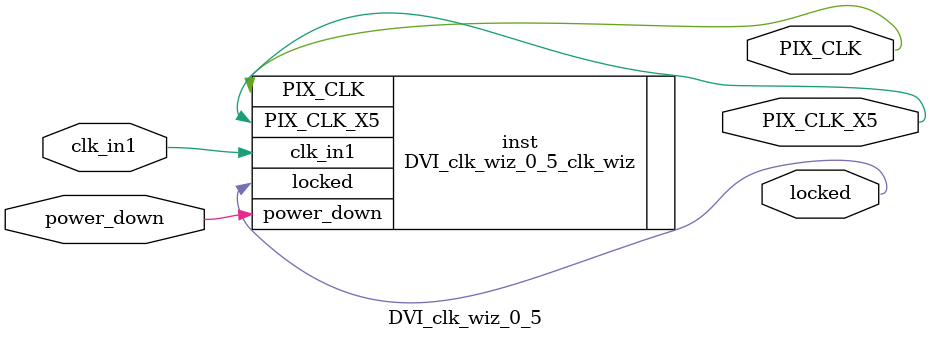
<source format=v>


`timescale 1ps/1ps

(* CORE_GENERATION_INFO = "DVI_clk_wiz_0_5,clk_wiz_v6_0_4_0_0,{component_name=DVI_clk_wiz_0_5,use_phase_alignment=true,use_min_o_jitter=false,use_max_i_jitter=false,use_dyn_phase_shift=false,use_inclk_switchover=false,use_dyn_reconfig=false,enable_axi=0,feedback_source=FDBK_AUTO,PRIMITIVE=PLL,num_out_clk=2,clkin1_period=10.000,clkin2_period=10.000,use_power_down=true,use_reset=false,use_locked=true,use_inclk_stopped=false,feedback_type=SINGLE,CLOCK_MGR_TYPE=NA,manual_override=false}" *)

module DVI_clk_wiz_0_5 
 (
  // Clock out ports
  output        PIX_CLK,
  output        PIX_CLK_X5,
  // Status and control signals
  input         power_down,
  output        locked,
 // Clock in ports
  input         clk_in1
 );

  DVI_clk_wiz_0_5_clk_wiz inst
  (
  // Clock out ports  
  .PIX_CLK(PIX_CLK),
  .PIX_CLK_X5(PIX_CLK_X5),
  // Status and control signals               
  .power_down(power_down),
  .locked(locked),
 // Clock in ports
  .clk_in1(clk_in1)
  );

endmodule

</source>
